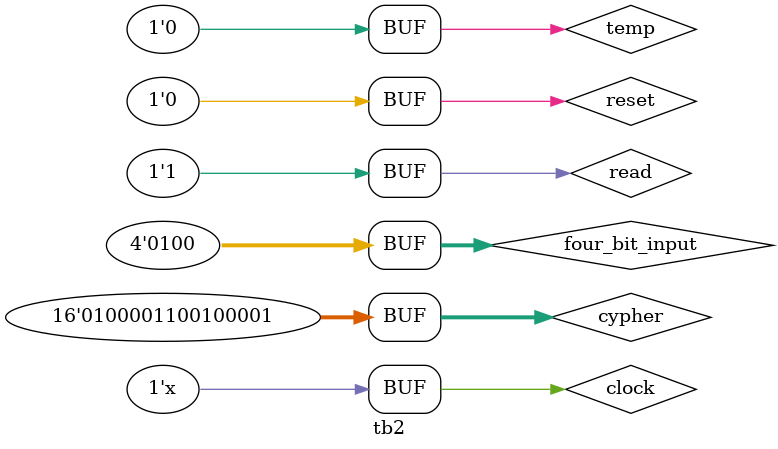
<source format=v>
module tb2();

reg [15:0] cypher;
reg [3:0] four_bit_input;

reg reset = 1'b0;
reg read;
wire find;
wire [63:0] additionresult;

wire temp;
assign temp = 1'b0;
reg clock = 1'b0;


main m0(
	cypher, 
	 four_bit_input,
	read,
	clock, 
	reset,
	find,
	additionresult);
	
always begin
	#1
	clock = ~clock;
end

initial begin
	
	
	#60
	read = 1'b0;
	reset = 1'b1;
	
	#60
	reset = 1'b0;
	

	#60
	read = 1'b1;
	reset = 1'b1;
	cypher = 16'b0100001100100001;
	four_bit_input = 4'b0000;
	
	
	#60
	read = 1'b0;
	
	#60
	reset = 1'b0;
	read = 1'b1;
	four_bit_input = 4'b0010;
	
	#60
	read = 1'b0;
	
	#60
	read = 1'b1;
	four_bit_input = 4'b1111;
	
	
	#60
	read = 1'b0;
	
	#60
	read = 1'b1;
	four_bit_input = 4'b0010;
	
	#60
	read = 1'b0;
	
	#60
	read = 1'b1;
	four_bit_input = 4'b0011;
	
	
	
	
	#60
	read = 1'b0;
	
	#60
	read = 1'b1;
	four_bit_input = 4'b0101;
	
	
	#60
	read = 1'b0;
	
	#60
	read = 1'b1;
	four_bit_input = 4'b1001;
	
	#60
	read = 1'b0;
	
	#60
	read = 1'b1;
	four_bit_input = 4'b0000;
	
	#60
	read = 1'b0;
	
	#60
	read = 1'b1;
	four_bit_input = 4'b0010;
	
	#60
	read = 1'b0;
	
	#60
	read = 1'b1;
	four_bit_input = 4'b0001;
	
	#60
	read = 1'b0;
	
	#60
	read = 1'b1;
	four_bit_input = 4'b0001;
	
	#60
	read = 1'b0;
	
	#60
	read = 1'b1;
	four_bit_input = 4'b0010;
	
	#60
	read = 1'b0;
	
	#60
	read = 1'b1;
	four_bit_input = 4'b0011;
	
	#60
	read = 1'b0;
	
	#60
	read = 1'b1;
	four_bit_input = 4'b0100;

	
end 

endmodule
</source>
